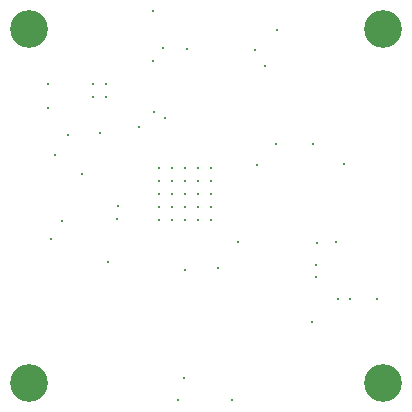
<source format=gbr>
%TF.GenerationSoftware,Altium Limited,Altium Designer,24.6.1 (21)*%
G04 Layer_Color=0*
%FSLAX45Y45*%
%MOMM*%
%TF.SameCoordinates,4B1D9C49-5ED8-45E5-B71D-261F0C762659*%
%TF.FilePolarity,Positive*%
%TF.FileFunction,Plated,1,4,PTH,Drill*%
%TF.Part,Single*%
G01*
G75*
%TA.AperFunction,OtherDrill,Pad Free-1 (83mm,63mm)*%
%ADD77C,3.20000*%
%TA.AperFunction,OtherDrill,Pad Free-1 (83mm,93mm)*%
%ADD78C,3.20000*%
%TA.AperFunction,OtherDrill,Pad Free-1 (113mm,93mm)*%
%ADD79C,3.20000*%
%TA.AperFunction,OtherDrill,Pad Free-1 (113mm,63mm)*%
%ADD80C,3.20000*%
%TA.AperFunction,ViaDrill,NotFilled*%
%ADD81C,0.25000*%
%ADD82C,0.30000*%
%ADD83C,0.20000*%
D77*
X8300000Y6300000D02*
D03*
D78*
Y9300000D02*
D03*
D79*
X11300000D02*
D03*
D80*
Y6300000D02*
D03*
D81*
X10017500Y6162500D02*
D03*
X9560000Y6160000D02*
D03*
X9350000Y9030000D02*
D03*
Y9450000D02*
D03*
X9360000Y8600000D02*
D03*
X10710000Y8330000D02*
D03*
X10970000Y8160000D02*
D03*
X10390000Y8330000D02*
D03*
X8630000Y8400000D02*
D03*
X8520000Y8230000D02*
D03*
X8973757Y7327500D02*
D03*
X8492500Y7517500D02*
D03*
X8460000Y8630000D02*
D03*
X10920000Y7010000D02*
D03*
X11020000D02*
D03*
X10730000Y7300000D02*
D03*
Y7200000D02*
D03*
X10300000Y8990000D02*
D03*
X10220000Y9120000D02*
D03*
X10230000Y8150000D02*
D03*
X9050000Y7690000D02*
D03*
X9611250Y6341250D02*
D03*
X11250000Y7010000D02*
D03*
X10700000Y6820000D02*
D03*
X10740000Y7490000D02*
D03*
X10900000Y7500000D02*
D03*
X10070000D02*
D03*
X9620000Y7260000D02*
D03*
X9900000Y7280000D02*
D03*
X8580000Y7670000D02*
D03*
X8750000Y8070000D02*
D03*
X9230000Y8470000D02*
D03*
X8460000Y8830000D02*
D03*
X9450000Y8550000D02*
D03*
X8900000Y8420000D02*
D03*
X9057500Y7800000D02*
D03*
D82*
X9440000Y9140000D02*
D03*
X9640000Y9130000D02*
D03*
X10400000Y9290000D02*
D03*
D83*
X8845000Y8830000D02*
D03*
Y8720000D02*
D03*
X8955000D02*
D03*
Y8830000D02*
D03*
X9845000Y7680000D02*
D03*
X9735000D02*
D03*
X9625000D02*
D03*
X9515000D02*
D03*
X9405000D02*
D03*
X9845000Y7790000D02*
D03*
X9735000D02*
D03*
X9625000D02*
D03*
X9515000D02*
D03*
X9405000D02*
D03*
X9845000Y7900000D02*
D03*
X9735000D02*
D03*
X9625000D02*
D03*
X9515000D02*
D03*
X9405000D02*
D03*
X9845000Y8010000D02*
D03*
X9735000D02*
D03*
X9625000D02*
D03*
X9515000D02*
D03*
X9405000D02*
D03*
X9845000Y8120000D02*
D03*
X9735000D02*
D03*
X9625000D02*
D03*
X9515000D02*
D03*
X9405000D02*
D03*
%TF.MD5,a1a21edda123d923472f25c86e1c34f4*%
M02*

</source>
